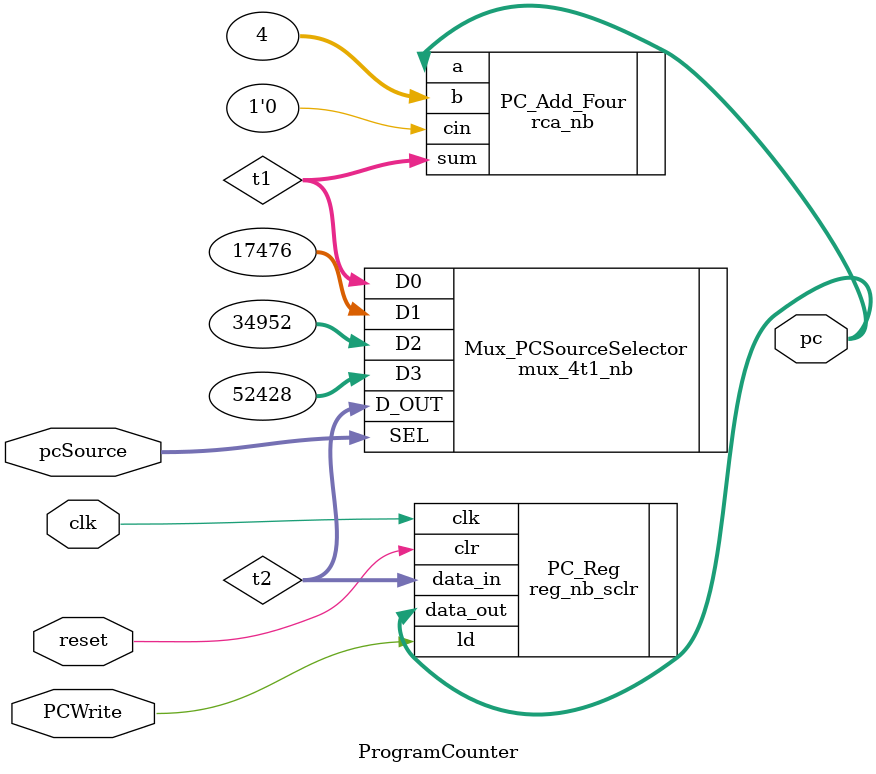
<source format=sv>
`timescale 1ns / 1ps

module Exp2(
    input reset,
    input PCWrite,
    input [1:0] pcSource,
    input clk,
    output [31:0] ir
    );
    
    logic [31:0] pc;
    
    ProgramCounterMod PC(
        .reset(reset),
        .PCWrite(PCWrite),
        .pcSource(pcSource),
        .clk(clk),
        .pc(pc)
        );
        
    Memory OTTER_MEMORY(
        .MEM_CLK    (clk),
        .MEM_RDEN1  (1),
        .MEM_RDEN2  (0),
        .MEM_WE2    (0),
        .MEM_ADDR1  (pc[15:2]),
        .MEM_ADDR2  (0),
        .MEM_DIN2   (0),
        .MEM_SIZE   (2),
        .MEM_SIGN   (0),
        .IO_IN      (0),
        .IO_WR      (),
        .MEM_DOUT1  (ir),
        .MEM_DOUT2  ()
        );
    
endmodule

module ProgramCounter(
    input reset,
    input PCWrite,
    input [1:0] pcSource,
    input clk,
    output logic [31:0] pc
    );
    
    logic [31:0] t1; // Output from RCA
    logic [31:0] t2; // Output from Mux into PC reg
    
    //MUX for pcSource to select instruction inputs
    mux_4t1_nb  #(.n(32)) Mux_PCSourceSelector  (
        .SEL   (pcSource), 
        .D0    (t1), 
        .D1    (32'h00004444), 
        .D2    (32'h00008888), 
        .D3    (32'h0000cccc),
        .D_OUT (t2)
        );
        
    //Register to store address
    reg_nb_sclr #(.n(32)) PC_Reg (
        .data_in  (t2), 
        .ld       (PCWrite), 
        .clk      (clk), 
        .clr      (reset), 
        .data_out (pc)
        );
        
    //Ripple adder increments current address by four to load on the next cycle
    rca_nb #(.n(32)) PC_Add_Four (
        .a   (pc), 
        .b   (32'd4), 
        .cin (1'd0), 
        .sum (t1)
        );
        
endmodule

</source>
